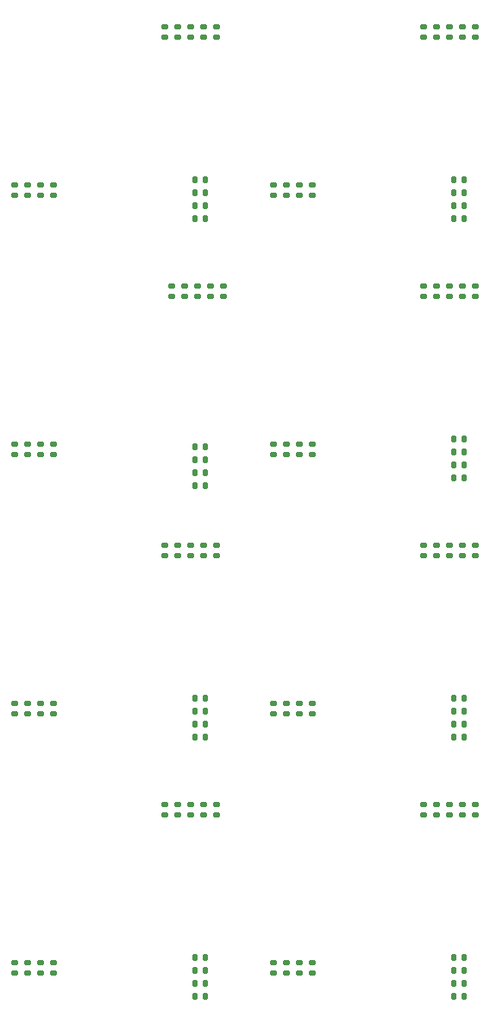
<source format=gtp>
%TF.GenerationSoftware,KiCad,Pcbnew,9.0.5-1.fc42*%
%TF.CreationDate,2025-12-02T14:18:43+01:00*%
%TF.ProjectId,Sub-Board,5375622d-426f-4617-9264-2e6b69636164,2*%
%TF.SameCoordinates,Original*%
%TF.FileFunction,Paste,Top*%
%TF.FilePolarity,Positive*%
%FSLAX46Y46*%
G04 Gerber Fmt 4.6, Leading zero omitted, Abs format (unit mm)*
G04 Created by KiCad (PCBNEW 9.0.5-1.fc42) date 2025-12-02 14:18:43*
%MOMM*%
%LPD*%
G01*
G04 APERTURE LIST*
G04 Aperture macros list*
%AMRoundRect*
0 Rectangle with rounded corners*
0 $1 Rounding radius*
0 $2 $3 $4 $5 $6 $7 $8 $9 X,Y pos of 4 corners*
0 Add a 4 corners polygon primitive as box body*
4,1,4,$2,$3,$4,$5,$6,$7,$8,$9,$2,$3,0*
0 Add four circle primitives for the rounded corners*
1,1,$1+$1,$2,$3*
1,1,$1+$1,$4,$5*
1,1,$1+$1,$6,$7*
1,1,$1+$1,$8,$9*
0 Add four rect primitives between the rounded corners*
20,1,$1+$1,$2,$3,$4,$5,0*
20,1,$1+$1,$4,$5,$6,$7,0*
20,1,$1+$1,$6,$7,$8,$9,0*
20,1,$1+$1,$8,$9,$2,$3,0*%
G04 Aperture macros list end*
%ADD10RoundRect,0.135000X0.185000X-0.135000X0.185000X0.135000X-0.185000X0.135000X-0.185000X-0.135000X0*%
%ADD11RoundRect,0.135000X-0.135000X-0.185000X0.135000X-0.185000X0.135000X0.185000X-0.135000X0.185000X0*%
%ADD12RoundRect,0.135000X-0.185000X0.135000X-0.185000X-0.135000X0.185000X-0.135000X0.185000X0.135000X0*%
%ADD13RoundRect,0.135000X0.135000X0.185000X-0.135000X0.185000X-0.135000X-0.185000X0.135000X-0.185000X0*%
G04 APERTURE END LIST*
D10*
%TO.C,R113*%
X147701000Y-74680000D03*
X147701000Y-73660000D03*
%TD*%
D11*
%TO.C,R78*%
X121412000Y-140716000D03*
X122432000Y-140716000D03*
%TD*%
D12*
%TO.C,R66*%
X130429000Y-63754000D03*
X130429000Y-64774000D03*
%TD*%
D10*
%TO.C,R73*%
X143891000Y-100080000D03*
X143891000Y-99060000D03*
%TD*%
%TO.C,R99*%
X118491000Y-125480000D03*
X118491000Y-124460000D03*
%TD*%
D12*
%TO.C,R67*%
X131699000Y-63754000D03*
X131699000Y-64774000D03*
%TD*%
D13*
%TO.C,R57*%
X147832000Y-63246000D03*
X146812000Y-63246000D03*
%TD*%
D10*
%TO.C,R64*%
X143891000Y-49280000D03*
X143891000Y-48260000D03*
%TD*%
D12*
%TO.C,R39*%
X103759000Y-63750000D03*
X103759000Y-64770000D03*
%TD*%
D10*
%TO.C,R60*%
X148971000Y-49280000D03*
X148971000Y-48260000D03*
%TD*%
%TO.C,R46*%
X119761000Y-100080000D03*
X119761000Y-99060000D03*
%TD*%
%TO.C,R114*%
X146431000Y-74680000D03*
X146431000Y-73660000D03*
%TD*%
%TO.C,R37*%
X119761000Y-49280000D03*
X119761000Y-48260000D03*
%TD*%
%TO.C,R86*%
X124206000Y-74678000D03*
X124206000Y-73658000D03*
%TD*%
%TO.C,R88*%
X121666000Y-74678000D03*
X121666000Y-73658000D03*
%TD*%
%TO.C,R70*%
X147701000Y-100080000D03*
X147701000Y-99060000D03*
%TD*%
%TO.C,R87*%
X122936000Y-74678000D03*
X122936000Y-73658000D03*
%TD*%
D13*
%TO.C,R29*%
X122432000Y-64516000D03*
X121412000Y-64516000D03*
%TD*%
D10*
%TO.C,R72*%
X145161000Y-100078000D03*
X145161000Y-99058000D03*
%TD*%
%TO.C,R112*%
X148971000Y-74680000D03*
X148971000Y-73660000D03*
%TD*%
%TO.C,R95*%
X123571000Y-125482000D03*
X123571000Y-124462000D03*
%TD*%
%TO.C,R121*%
X148971000Y-125480000D03*
X148971000Y-124460000D03*
%TD*%
D13*
%TO.C,R55*%
X147830000Y-65786000D03*
X146810000Y-65786000D03*
%TD*%
D10*
%TO.C,R34*%
X123571000Y-49280000D03*
X123571000Y-48260000D03*
%TD*%
%TO.C,R125*%
X143891000Y-125480000D03*
X143891000Y-124460000D03*
%TD*%
D11*
%TO.C,R107*%
X146812000Y-92456000D03*
X147832000Y-92456000D03*
%TD*%
D10*
%TO.C,R96*%
X122301000Y-125480000D03*
X122301000Y-124460000D03*
%TD*%
D12*
%TO.C,R119*%
X131699000Y-89154000D03*
X131699000Y-90174000D03*
%TD*%
D10*
%TO.C,R38*%
X118491000Y-49280000D03*
X118491000Y-48260000D03*
%TD*%
D13*
%TO.C,R85*%
X122432000Y-139446000D03*
X121412000Y-139446000D03*
%TD*%
%TO.C,R32*%
X122432000Y-116586000D03*
X121412000Y-116586000D03*
%TD*%
D10*
%TO.C,R63*%
X145161000Y-49280000D03*
X145161000Y-48260000D03*
%TD*%
D13*
%TO.C,R31*%
X122432000Y-117856000D03*
X121412000Y-117856000D03*
%TD*%
%TO.C,R56*%
X147830000Y-64516000D03*
X146810000Y-64516000D03*
%TD*%
%TO.C,R83*%
X122430000Y-89408000D03*
X121410000Y-89408000D03*
%TD*%
D12*
%TO.C,R42*%
X107569000Y-63750000D03*
X107569000Y-64770000D03*
%TD*%
%TO.C,R49*%
X105029000Y-114554000D03*
X105029000Y-115574000D03*
%TD*%
D13*
%TO.C,R82*%
X122430000Y-90678000D03*
X121410000Y-90678000D03*
%TD*%
D12*
%TO.C,R65*%
X129159000Y-63754000D03*
X129159000Y-64774000D03*
%TD*%
D13*
%TO.C,R111*%
X147832000Y-139446000D03*
X146812000Y-139446000D03*
%TD*%
D10*
%TO.C,R123*%
X146431000Y-125480000D03*
X146431000Y-124460000D03*
%TD*%
%TO.C,R61*%
X147701000Y-49278000D03*
X147701000Y-48258000D03*
%TD*%
D11*
%TO.C,R108*%
X146810000Y-143256000D03*
X147830000Y-143256000D03*
%TD*%
%TO.C,R52*%
X146812000Y-115316000D03*
X147832000Y-115316000D03*
%TD*%
%TO.C,R104*%
X146810000Y-140716000D03*
X147830000Y-140716000D03*
%TD*%
D10*
%TO.C,R97*%
X121031000Y-125480000D03*
X121031000Y-124460000D03*
%TD*%
%TO.C,R35*%
X122301000Y-49280000D03*
X122301000Y-48260000D03*
%TD*%
D12*
%TO.C,R51*%
X107569000Y-114554000D03*
X107569000Y-115574000D03*
%TD*%
%TO.C,R100*%
X103759000Y-139954000D03*
X103759000Y-140974000D03*
%TD*%
%TO.C,R68*%
X132969000Y-63754000D03*
X132969000Y-64774000D03*
%TD*%
%TO.C,R103*%
X107569000Y-139954000D03*
X107569000Y-140974000D03*
%TD*%
D13*
%TO.C,R27*%
X122432000Y-67056000D03*
X121412000Y-67056000D03*
%TD*%
D12*
%TO.C,R92*%
X105029000Y-89154000D03*
X105029000Y-90174000D03*
%TD*%
%TO.C,R127*%
X130429000Y-139954000D03*
X130429000Y-140974000D03*
%TD*%
%TO.C,R102*%
X106299000Y-139954000D03*
X106299000Y-140974000D03*
%TD*%
D13*
%TO.C,R59*%
X147832000Y-114046000D03*
X146812000Y-114046000D03*
%TD*%
D11*
%TO.C,R79*%
X121410000Y-91948000D03*
X122430000Y-91948000D03*
%TD*%
D10*
%TO.C,R45*%
X121031000Y-100080000D03*
X121031000Y-99060000D03*
%TD*%
D13*
%TO.C,R33*%
X122432000Y-114046000D03*
X121412000Y-114046000D03*
%TD*%
D12*
%TO.C,R101*%
X105029000Y-139954000D03*
X105029000Y-140974000D03*
%TD*%
%TO.C,R50*%
X106299000Y-114554000D03*
X106299000Y-115574000D03*
%TD*%
D10*
%TO.C,R44*%
X122301000Y-100080000D03*
X122301000Y-99060000D03*
%TD*%
%TO.C,R116*%
X143891000Y-74680000D03*
X143891000Y-73660000D03*
%TD*%
D12*
%TO.C,R129*%
X132969000Y-139954000D03*
X132969000Y-140974000D03*
%TD*%
D13*
%TO.C,R58*%
X147832000Y-116586000D03*
X146812000Y-116586000D03*
%TD*%
%TO.C,R81*%
X122430000Y-93218000D03*
X121410000Y-93218000D03*
%TD*%
%TO.C,R84*%
X122432000Y-143256000D03*
X121412000Y-143256000D03*
%TD*%
D12*
%TO.C,R48*%
X103759000Y-114554000D03*
X103759000Y-115574000D03*
%TD*%
D10*
%TO.C,R115*%
X145161000Y-74680000D03*
X145161000Y-73660000D03*
%TD*%
%TO.C,R47*%
X118491000Y-100080000D03*
X118491000Y-99060000D03*
%TD*%
%TO.C,R89*%
X120396000Y-74678000D03*
X120396000Y-73658000D03*
%TD*%
D13*
%TO.C,R110*%
X147832000Y-88646000D03*
X146812000Y-88646000D03*
%TD*%
D11*
%TO.C,R105*%
X146812000Y-91186000D03*
X147832000Y-91186000D03*
%TD*%
D10*
%TO.C,R36*%
X121031000Y-49280000D03*
X121031000Y-48260000D03*
%TD*%
D12*
%TO.C,R128*%
X131699000Y-139954000D03*
X131699000Y-140974000D03*
%TD*%
%TO.C,R93*%
X106299000Y-89154000D03*
X106299000Y-90174000D03*
%TD*%
%TO.C,R76*%
X131699000Y-114554000D03*
X131699000Y-115574000D03*
%TD*%
D13*
%TO.C,R28*%
X122432000Y-65786000D03*
X121412000Y-65786000D03*
%TD*%
D12*
%TO.C,R118*%
X130429000Y-89154000D03*
X130429000Y-90174000D03*
%TD*%
D10*
%TO.C,R71*%
X146431000Y-100078000D03*
X146431000Y-99058000D03*
%TD*%
%TO.C,R122*%
X147701000Y-125480000D03*
X147701000Y-124460000D03*
%TD*%
D12*
%TO.C,R91*%
X103759000Y-89154000D03*
X103759000Y-90174000D03*
%TD*%
%TO.C,R74*%
X129159000Y-114554000D03*
X129159000Y-115574000D03*
%TD*%
D10*
%TO.C,R124*%
X145161000Y-125480000D03*
X145161000Y-124460000D03*
%TD*%
D11*
%TO.C,R53*%
X146810000Y-67056000D03*
X147830000Y-67056000D03*
%TD*%
D10*
%TO.C,R62*%
X146431000Y-49278000D03*
X146431000Y-48258000D03*
%TD*%
%TO.C,R43*%
X123571000Y-100080000D03*
X123571000Y-99060000D03*
%TD*%
D12*
%TO.C,R126*%
X129159000Y-139954000D03*
X129159000Y-140974000D03*
%TD*%
D11*
%TO.C,R54*%
X146812000Y-117856000D03*
X147832000Y-117856000D03*
%TD*%
D12*
%TO.C,R94*%
X107569000Y-89154000D03*
X107569000Y-90174000D03*
%TD*%
D10*
%TO.C,R90*%
X119126000Y-74678000D03*
X119126000Y-73658000D03*
%TD*%
D13*
%TO.C,R30*%
X122432000Y-63246000D03*
X121412000Y-63246000D03*
%TD*%
D12*
%TO.C,R117*%
X129159000Y-89154000D03*
X129159000Y-90174000D03*
%TD*%
D11*
%TO.C,R106*%
X146810000Y-141986000D03*
X147830000Y-141986000D03*
%TD*%
D10*
%TO.C,R98*%
X119761000Y-125480000D03*
X119761000Y-124460000D03*
%TD*%
D12*
%TO.C,R41*%
X106299000Y-63750000D03*
X106299000Y-64770000D03*
%TD*%
D10*
%TO.C,R69*%
X148971000Y-100078000D03*
X148971000Y-99058000D03*
%TD*%
D11*
%TO.C,R80*%
X121412000Y-141986000D03*
X122432000Y-141986000D03*
%TD*%
D12*
%TO.C,R75*%
X130429000Y-114554000D03*
X130429000Y-115574000D03*
%TD*%
%TO.C,R40*%
X105029000Y-63750000D03*
X105029000Y-64770000D03*
%TD*%
%TO.C,R77*%
X132969000Y-114554000D03*
X132969000Y-115574000D03*
%TD*%
D11*
%TO.C,R26*%
X121410000Y-115316000D03*
X122430000Y-115316000D03*
%TD*%
D12*
%TO.C,R120*%
X132969000Y-89154000D03*
X132969000Y-90174000D03*
%TD*%
D13*
%TO.C,R109*%
X147832000Y-89916000D03*
X146812000Y-89916000D03*
%TD*%
M02*

</source>
